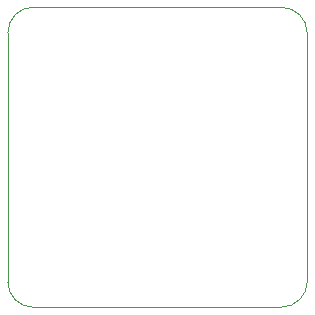
<source format=gbr>
%TF.GenerationSoftware,KiCad,Pcbnew,(5.1.7-0-10_14)*%
%TF.CreationDate,2020-10-21T09:17:32+08:00*%
%TF.ProjectId,STUSB4500_Breakout,53545553-4234-4353-9030-5f427265616b,rev?*%
%TF.SameCoordinates,Original*%
%TF.FileFunction,Profile,NP*%
%FSLAX46Y46*%
G04 Gerber Fmt 4.6, Leading zero omitted, Abs format (unit mm)*
G04 Created by KiCad (PCBNEW (5.1.7-0-10_14)) date 2020-10-21 09:17:32*
%MOMM*%
%LPD*%
G01*
G04 APERTURE LIST*
%TA.AperFunction,Profile*%
%ADD10C,0.050000*%
%TD*%
G04 APERTURE END LIST*
D10*
X108800000Y-38650000D02*
G75*
G02*
X110950000Y-36500000I2150000J0D01*
G01*
X110950000Y-61900000D02*
G75*
G02*
X108800000Y-59750000I0J2150000D01*
G01*
X134160000Y-59700000D02*
G75*
G02*
X131960000Y-61900000I-2200000J0D01*
G01*
X131960000Y-36500000D02*
G75*
G02*
X134160000Y-38700000I0J-2200000D01*
G01*
X108800000Y-59750000D02*
X108800000Y-38650000D01*
X131960000Y-61900000D02*
X110950000Y-61900000D01*
X134160000Y-38700000D02*
X134160000Y-59700000D01*
X110950000Y-36500000D02*
X131960000Y-36500000D01*
M02*

</source>
